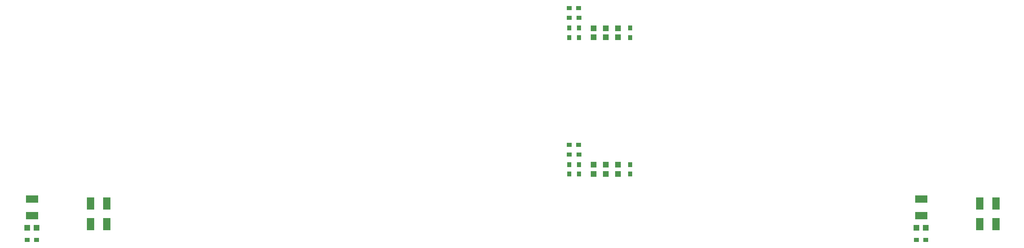
<source format=gbp>
%FSLAX25Y25*%
%MOIN*%
G70*
G01*
G75*
G04 Layer_Color=128*
%ADD10R,0.12992X0.05118*%
%ADD11R,0.12992X0.01969*%
%ADD12R,0.01969X0.01575*%
%ADD13R,0.03543X0.04331*%
%ADD14R,0.04331X0.03543*%
%ADD15C,0.01000*%
%ADD16R,0.03937X0.03543*%
%ADD17R,0.01614X0.04016*%
%ADD18R,0.04921X0.05512*%
%ADD19R,0.04724X0.05512*%
%ADD20R,0.05512X0.04724*%
%ADD21O,0.08661X0.02362*%
%ADD22R,0.03543X0.03937*%
%ADD23R,0.04016X0.01614*%
%ADD24R,0.05512X0.04724*%
%ADD25R,0.05512X0.04921*%
%ADD26O,0.02362X0.08661*%
%ADD27R,0.05906X0.05906*%
%ADD28C,0.05906*%
%ADD29R,0.05906X0.05906*%
%ADD30C,0.05000*%
%ADD31C,0.14950*%
%ADD32C,0.10000*%
%ADD33C,0.06000*%
%ADD34C,0.10787*%
%ADD35R,0.04724X0.04724*%
%ADD36R,0.10000X0.05984*%
%ADD37R,0.05984X0.10000*%
%ADD38R,0.04724X0.04724*%
%ADD39C,0.00787*%
%ADD40C,0.00800*%
%ADD41C,0.00700*%
%ADD42C,0.00984*%
%ADD43C,0.02362*%
%ADD44C,0.02000*%
%ADD45C,0.01500*%
%ADD46C,0.01200*%
D13*
X662500Y239177D02*
D03*
Y231303D02*
D03*
X704500D02*
D03*
Y239177D02*
D03*
X654500Y231303D02*
D03*
Y239177D02*
D03*
X662500Y351677D02*
D03*
Y343803D02*
D03*
X704500D02*
D03*
Y351677D02*
D03*
X654500Y343803D02*
D03*
Y351677D02*
D03*
D14*
X209403Y177000D02*
D03*
X217277D02*
D03*
X939403D02*
D03*
X947277D02*
D03*
X662500Y247500D02*
D03*
X654626D02*
D03*
X654500Y255500D02*
D03*
X662374D02*
D03*
X662500Y360000D02*
D03*
X654626D02*
D03*
X654500Y368000D02*
D03*
X662374D02*
D03*
D35*
X209600Y187100D02*
D03*
X217080D02*
D03*
X939600D02*
D03*
X947080D02*
D03*
D36*
X213600Y197100D02*
D03*
Y210604D02*
D03*
X943600Y197100D02*
D03*
Y210604D02*
D03*
D37*
X261500Y207000D02*
D03*
X275004D02*
D03*
X261500Y190000D02*
D03*
X275004D02*
D03*
X991500Y207000D02*
D03*
X1005004D02*
D03*
X991500Y190000D02*
D03*
X1005004D02*
D03*
D38*
X684500Y231500D02*
D03*
Y238980D02*
D03*
X674500D02*
D03*
Y231500D02*
D03*
X694500Y238980D02*
D03*
Y231500D02*
D03*
X684500Y344000D02*
D03*
Y351480D02*
D03*
X674500D02*
D03*
Y344000D02*
D03*
X694500Y351480D02*
D03*
Y344000D02*
D03*
M02*

</source>
